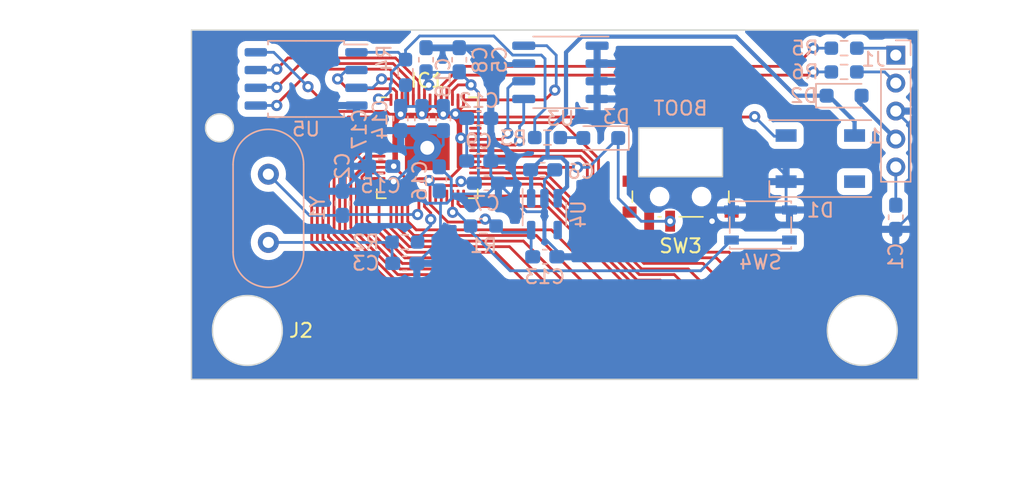
<source format=kicad_pcb>
(kicad_pcb (version 20221018) (generator pcbnew)
  (layers (0 "F.Cu" signal) (31 "B.Cu" signal) (34 "B.Paste" user) (35 "F.Paste" user) (36 "B.SilkS" user "B.Silkscreen") (37 "F.SilkS" user "F.Silkscreen") (38 "B.Mask" user) (39 "F.Mask" user) (44 "Edge.Cuts" user))
  (net 0 "")
  (net 1 "GND")
  (net 2 "Net-(J1-Pin_5)")
  (net 3 "GP00")
  (net 4 "GP01")
  (net 5 "GP02")
  (net 6 "GP03")
  (net 7 "GP04")
  (net 8 "GP05")
  (net 9 "GP06")
  (net 10 "GP07")
  (net 11 "+5V")
  (net 12 "Net-(IC1-XIN)")
  (net 13 "D+")
  (net 14 "D-")
  (net 15 "VBUS")
  (net 16 "GP08")
  (net 17 "GP09")
  (net 18 "RUN")
  (net 19 "BOOTSEL")
  (net 20 "GP10")
  (net 21 "SDA")
  (net 22 "GP11")
  (net 23 "SCL")
  (net 24 "Net-(C3-Pad2)")
  (net 25 "+1V2")
  (net 26 "GP12")
  (net 27 "GP13")
  (net 28 "GP14")
  (net 29 "GP15")
  (net 30 "GP16")
  (net 31 "GP17")
  (net 32 "GP18")
  (net 33 "GP19")
  (net 34 "GP20")
  (net 35 "GP22")
  (net 36 "GP23")
  (net 38 "LED")
  (net 39 "Net-(D3-A)")
  (net 40 "GP28")
  (net 41 "Net-(IC1-XOUT)")
  (net 44 "Net-(IC1-USB_DM)")
  (net 45 "Net-(IC1-USB_DP)")
  (net 46 "QSPI_SD3")
  (net 47 "QSPI_SCLK")
  (net 48 "QSPI_SD0")
  (net 49 "QSPI_SD2")
  (net 50 "QSPI_SD1")
  (net 51 "QSPI_SS")
  (net 56 "+3.3V")
  (footprint "Package_DFN_QFN:QFN-56-1EP_7x7mm_P0.4mm_EP3.2x3.2mm" (layer "F.Cu") (at 116.87302 134.4275)
    (fp_text reference "IC1")
    (fp_text value "RP2040_QFN56")
  )
  (footprint "Button_Switch_SMD:SW_SPDT_PCM12" (layer "F.Cu") (at 135 138.25 180)
    (fp_text reference "SW3")
    (fp_text value "SW_Push")
  )
  (footprint "EdgeConnectorLibrary:KeyMatrix" (layer "F.Cu") (at 126 147.5)
    (fp_text reference "J2")
    (fp_text value "Conn_01x24")
  )
  (footprint "Connector_PinHeader_2.00mm:PinHeader_1x05_P2.00mm_Vertical" (layer "B.Cu") (at 150.4 127.8 180)
    (fp_text reference "J1")
    (fp_text value "Conn_01x05")
  )
  (footprint "Resistor_SMD:R_0603_1608Metric_Pad0.98x0.95mm_HandSolder" (layer "B.Cu") (at 115.316 129.032 -90)
    (fp_text reference "R4")
    (fp_text value "10K")
  )
  (footprint "Capacitor_SMD:C_0603_1608Metric_Pad1.08x0.95mm_HandSolder" (layer "B.Cu") (at 115.2625 142.7 180)
    (fp_text reference "C3")
    (fp_text value "22pF")
  )
  (footprint "Diode_SMD:D_SOD-323_HandSoldering" (layer "B.Cu") (at 146.7 130.7)
    (fp_text reference "D2")
    (fp_text value "NSR0320")
  )
  (footprint "Diode_SMD:D_SOD-323_HandSoldering" (layer "B.Cu") (at 129.286 133.7275 180)
    (fp_text reference "D3")
    (fp_text value "NSR0320")
  )
  (footprint "Capacitor_SMD:C_0603_1608Metric_Pad1.08x0.95mm_HandSolder" (layer "B.Cu") (at 113.538 135.7505 180)
    (fp_text reference "C15")
    (fp_text value "0.1uF")
  )
  (footprint "Capacitor_SMD:C_0603_1608Metric_Pad1.08x0.95mm_HandSolder" (layer "B.Cu") (at 114.96802 132.334 -90)
    (fp_text reference "C17")
    (fp_text value "0.1uF")
  )
  (footprint "Capacitor_SMD:C_0603_1608Metric_Pad1.08x0.95mm_HandSolder" (layer "B.Cu") (at 117.729 136.652 90)
    (fp_text reference "C16")
    (fp_text value "0.1uF")
  )
  (footprint "Capacitor_SMD:C_0603_1608Metric_Pad1.08x0.95mm_HandSolder" (layer "B.Cu") (at 110.8 138.4 -90)
    (fp_text reference "C2")
    (fp_text value "22pF")
  )
  (footprint "Resistor_SMD:R_0603_1608Metric_Pad0.98x0.95mm_HandSolder" (layer "B.Cu") (at 146.7 129 180)
    (fp_text reference "R6")
    (fp_text value "27")
  )
  (footprint "Capacitor_SMD:C_0603_1608Metric_Pad1.08x0.95mm_HandSolder" (layer "B.Cu") (at 121.1 136.9585 180)
    (fp_text reference "C7")
    (fp_text value "0.1uF")
  )
  (footprint "Resistor_SMD:R_0603_1608Metric_Pad0.98x0.95mm_HandSolder" (layer "B.Cu") (at 146.7 127.3 180)
    (fp_text reference "R5")
    (fp_text value "27")
  )
  (footprint "Capacitor_SMD:C_0603_1608Metric_Pad1.08x0.95mm_HandSolder" (layer "B.Cu") (at 118.01602 132.334 -90)
    (fp_text reference "C18")
    (fp_text value "0.1uF")
  )
  (footprint "Button_Switch_SMD:SW_SPST_PTS810" (layer "B.Cu") (at 140.716 139.954)
    (fp_text reference "SW4")
    (fp_text value "SW_Push")
  )
  (footprint "Capacitor_SMD:C_0603_1608Metric_Pad1.08x0.95mm_HandSolder" (layer "B.Cu") (at 120.55602 132.3215)
    (fp_text reference "C12")
    (fp_text value "1uF")
  )
  (footprint "Capacitor_SMD:C_0603_1608Metric_Pad1.08x0.95mm_HandSolder" (layer "B.Cu") (at 120.55602 135.3695)
    (fp_text reference "C9")
    (fp_text value "1uF")
  )
  (footprint "LED_SMD:LED_WS2812B_PLCC4_5.0x5.0mm_P3.2mm" (layer "B.Cu") (at 145 135.2 180)
    (fp_text reference "D1")
    (fp_text value "WS2812B")
  )
  (footprint "Capacitor_SMD:C_0603_1608Metric_Pad1.08x0.95mm_HandSolder" (layer "B.Cu") (at 125.28152 142.2275)
    (fp_text reference "C13")
    (fp_text value "10uF")
  )
  (footprint "Crystal:Crystal_HC49-U_Vertical" (layer "B.Cu") (at 105.5 141.2 90)
    (fp_text reference "Y1")
    (fp_text value "Crystal")
  )
  (footprint "Capacitor_SMD:C_0603_1608Metric_Pad1.08x0.95mm_HandSolder" (layer "B.Cu") (at 119.15902 128.12798 90)
    (fp_text reference "C5")
    (fp_text value "1uF")
  )
  (footprint "Package_SO:SOP-8_3.9x4.9mm_P1.27mm" (layer "B.Cu") (at 126.4 129.02798 180)
    (fp_text reference "U3")
    (fp_text value "24LC1025")
  )
  (footprint "Resistor_SMD:R_0603_1608Metric_Pad0.98x0.95mm_HandSolder" (layer "B.Cu") (at 120.88152 140.0275 180)
    (fp_text reference "R1")
    (fp_text value "10K")
  )
  (footprint "Capacitor_SMD:C_0603_1608Metric_Pad1.08x0.95mm_HandSolder" (layer "B.Cu") (at 150.4 139.4 -90)
    (fp_text reference "C1")
    (fp_text value "0.1uF")
  )
  (footprint "Resistor_SMD:R_0603_1608Metric_Pad0.98x0.95mm_HandSolder" (layer "B.Cu") (at 115.2625 141.176)
    (fp_text reference "R2")
    (fp_text value "1K")
  )
  (footprint "Resistor_SMD:R_0603_1608Metric_Pad0.98x0.95mm_HandSolder" (layer "B.Cu") (at 125.476 133.6975 180)
    (fp_text reference "R3")
    (fp_text value "1K")
  )
  (footprint "Capacitor_SMD:C_0603_1608Metric_Pad1.08x0.95mm_HandSolder" (layer "B.Cu") (at 116.49202 132.334 -90)
    (fp_text reference "C14")
    (fp_text value "0.1uF")
  )
  (footprint "Package_SO:SOIC-8_5.23x5.23mm_P1.27mm" (layer "B.Cu") (at 108.2 129.5 180)
    (fp_text reference "U5")
    (fp_text value "W25Q32JVSS")
  )
  (footprint "Capacitor_SMD:C_0603_1608Metric_Pad1.08x0.95mm_HandSolder" (layer "B.Cu") (at 125.12802 136.0045)
    (fp_text reference "C6")
    (fp_text value "10uF")
  )
  (footprint "Package_TO_SOT_SMD:SOT-23-5" (layer "B.Cu") (at 125.25502 139.1795 -90)
    (fp_text reference "U4")
    (fp_text value "AP2112K-3.3")
  )
  (footprint "Capacitor_SMD:C_0603_1608Metric_Pad1.08x0.95mm_HandSolder" (layer "B.Cu") (at 116.78152 128.12798 -90)
    (fp_text reference "C8")
    (fp_text value "0.1uF")
  )
  (gr_rect (start 132 133) (end 138 136.5) (stroke (width 0.1)) (fill none) (layer "Edge.Cuts"))
  (gr_circle (center 102 133) (end 101 133) (stroke (width 0.1)) (fill none) (layer "Edge.Cuts"))
  (gr_rect (start 100 126) (end 152 151) (stroke (width 0.1)) (fill none) (layer "Edge.Cuts"))
  (gr_circle (center 148 147.5) (end 150.5 147.5) (stroke (width 0.1)) (fill none) (layer "Edge.Cuts"))
  (gr_circle (center 104 147.5) (end 106.5 147.5) (stroke (width 0.1)) (fill none) (layer "Edge.Cuts"))
  (gr_text "BOOT" (at 135 131.6) (layer "B.SilkS") (effects (font (size 1 1)) (justify mirror)))
  (segment (start 114.457701 136.839545) (end 114.745656 137.1275) (width 0.2) (layer "F.Cu") (net 1))
  (segment (start 115.872531 137.877011) (end 115.872531 137.326511) (width 0.2) (layer "F.Cu") (net 1))
  (segment (start 114.745656 137.1275) (end 115.68152 137.1275) (width 0.2) (layer "F.Cu") (net 1))
  (segment (start 115.68152 137.1275) (end 115.88152 137.3275) (width 0.2) (layer "F.Cu") (net 1))
  (via (at 137.25 139.68) (size 0.8) (drill 0.4) (layers "F.Cu" "B.Cu") (net 1))
  (via (at 114.457701 136.839545) (size 0.8) (drill 0.4) (layers "F.Cu" "B.Cu") (net 1))
  (segment (start 134 137) (end 132.25 137) (width 0.2) (layer "B.Cu") (net 1))
  (segment (start 111.8 134.89358) (end 112.65692 135.7505) (width 0.2) (layer "B.Cu") (net 1))
  (segment (start 114.96802 133.1965) (end 114.96802 134.20652) (width 0.2) (layer "B.Cu") (net 1))
  (segment (start 132.25 132.3) (end 134.5749 132.3) (width 0.2) (layer "B.Cu") (net 1))
  (segment (start 114.96802 134.20652) (end 115.189 134.4275) (width 0.2) (layer "B.Cu") (net 1))
  (segment (start 130.93298 130.93298) (end 132.3 132.3) (width 0.2) (layer "B.Cu") (net 1))
  (segment (start 123.775 128.39298) (end 122.15004 128.39298) (width 0.2) (layer "B.Cu") (net 1))
  (segment (start 118.01602 133.1965) (end 116.49202 133.1965) (width 0.2) (layer "B.Cu") (net 1))
  (segment (start 118.01602 134.20598) (end 118.01602 133.1965) (width 0.2) (layer "B.Cu") (net 1))
  (segment (start 115.189 134.4275) (end 116.87302 134.4275) (width 0.2) (layer "B.Cu") (net 1))
  (segment (start 119.15902 127.26548) (end 119.5595 127.26548) (width 0.2) (layer "B.Cu") (net 1))
  (segment (start 129.025 129.66298) (end 129.025 128.39298) (width 0.2) (layer "B.Cu") (net 1))
  (segment (start 129.025 130.93298) (end 129.025 129.66298) (width 0.2) (layer "B.Cu") (net 1))
  (segment (start 150.4 131.8) (end 151.37452 132.77452) (width 0.2) (layer "B.Cu") (net 1))
  (segment (start 112.65692 135.7505) (end 112.6755 135.7505) (width 0.2) (layer "B.Cu") (net 1))
  (segment (start 134.5749 132.3) (end 134.575 132.2999) (width 0.2) (layer "B.Cu") (net 1))
  (segment (start 125.25502 138.3294) (end 125.25502 138.7795) (width 0.2) (layer "B.Cu") (net 1))
  (segment (start 114.431044 136.812888) (end 113.737888 136.812888) (width 0.2) (layer "B.Cu") (net 1))
  (segment (start 123.968823 139.00402) (end 125.251 139.00402) (width 0.2) (layer "B.Cu") (net 1))
  (segment (start 116.49202 133.1965) (end 114.96802 133.1965) (width 0.2) (layer "B.Cu") (net 1))
  (segment (start 137.25 139.68) (end 137.25 141.388) (width 0.2) (layer "B.Cu") (net 1))
  (segment (start 125.25502 137.8794) (end 125.25502 138.3294) (width 0.2) (layer "B.Cu") (net 1))
  (segment (start 125.25502 140.894) (end 126.14402 141.783) (width 0.2) (layer "B.Cu") (net 1))
  (segment (start 121.41852 136.41452) (end 121.9625 136.9585) (width 0.2) (layer "B.Cu") (net 1))
  (segment (start 114.457701 136.839545) (end 114.431044 136.812888) (width 0.2) (layer "B.Cu") (net 1))
  (segment (start 145.2155 140.2625) (end 150.4 140.2625) (width 0.2) (layer "B.Cu") (net 1))
  (segment (start 114.457701 136.839545) (end 115.642596 138.02444) (width 0.2) (layer "B.Cu") (net 1))
  (segment (start 114.609095 136.839545) (end 116.87302 134.57562) (width 0.2) (layer "B.Cu") (net 1))
  (segment (start 112.6755 135.7505) (end 112.587 135.7505) (width 0.2) (layer "B.Cu") (net 1))
  (segment (start 123.7055 138.7015) (end 123.7055 138.740697) (width 0.2) (layer "B.Cu") (net 1))
  (segment (start 113.737888 136.812888) (end 112.6755 135.7505) (width 0.2) (layer "B.Cu") (net 1))
  (segment (start 136.966253 139.396253) (end 136.396253 139.396253) (width 0.2) (layer "B.Cu") (net 1))
  (segment (start 116.87302 134.4275) (end 117.7945 134.4275) (width 0.2) (layer "B.Cu") (net 1))
  (segment (start 131.75 132.8) (end 132.25 132.3) (width 0.2) (layer "B.Cu") (net 1))
  (segment (start 117.729 135.7895) (end 118.589735 136.650235) (width 0.2) (layer "B.Cu") (net 1))
  (segment (start 121.9625 136.9585) (end 123.7055 138.7015) (width 0.2) (layer "B.Cu") (net 1))
  (segment (start 117.817639 141.007361) (end 116.125 142.7) (width 0.2) (layer "B.Cu") (net 1))
  (segment (start 142.55 138.638) (end 142.791 138.879) (width 0.2) (layer "B.Cu") (net 1))
  (segment (start 121.41852 135.3695) (end 121.41852 136.41452) (width 0.2) (layer "B.Cu") (net 1))
  (segment (start 142.55 136.85) (end 142.55 138.638) (width 0.2) (layer "B.Cu") (net 1))
  (segment (start 116.77596 138.3934) (end 117.81572 138.3934) (width 0.2) (layer "B.Cu") (net 1))
  (segment (start 116.407 138.02444) (end 116.77596 138.3934) (width 0.2) (layer "B.Cu") (net 1))
  (segment (start 118.589735 138.077265) (end 118.2736 138.3934) (width 0.2) (layer "B.Cu") (net 1))
  (segment (start 129.025 130.93298) (end 130.93298 130.93298) (width 0.2) (layer "B.Cu") (net 1))
  (segment (start 114.457701 136.839545) (end 114.609095 136.839545) (width 0.2) (layer "B.Cu") (net 1))
  (segment (start 136.396253 139.396253) (end 134 137) (width 0.2) (layer "B.Cu") (net 1))
  (segment (start 121.41852 132.3215) (end 121.41852 129.1245) (width 0.2) (layer "B.Cu") (net 1))
  (segment (start 131.75 136.5) (end 131.75 132.8) (width 0.2) (layer "B.Cu") (net 1))
  (segment (start 151.37452 132.77452) (end 151.37452 139.28798) (width 0.2) (layer "B.Cu") (net 1))
  (segment (start 121.1875 137.7335) (end 118.589735 137.7335) (width 0.2) (layer "B.Cu") (net 1))
  (segment (start 125.251 139.00402) (end 125.25502 139) (width 0.2) (layer "B.Cu") (net 1))
  (segment (start 121.9625 136.9585) (end 121.1875 137.7335) (width 0.2) (layer "B.Cu") (net 1))
  (segment (start 125.99052 136.0045) (end 125.25502 136.74) (width 0.2) (layer "B.Cu") (net 1))
  (segment (start 112.587 135.7505) (end 110.8 137.5375) (width 0.2) (layer "B.Cu") (net 1))
  (segment (start 119.5595 127.26548) (end 121.41852 129.1245) (width 0.2) (layer "B.Cu") (net 1))
  (segment (start 142.55 136.85) (end 142.55 136.408551) (width 0.2) (layer "B.Cu") (net 1))
  (segment (start 134.575 132.2999) (end 138.441349 132.2999) (width 0.2) (layer "B.Cu") (net 1))
  (segment (start 118.2736 138.3934) (end 117.81572 138.3934) (width 0.2) (layer "B.Cu") (net 1))
  (segment (start 125.25502 136.74) (end 125.25502 137.8794) (width 0.2) (layer "B.Cu") (net 1))
  (segment (start 116.49202 133.1965) (end 116.49202 134.0465) (width 0.2) (layer "B.Cu") (net 1))
  (segment (start 122.15004 128.39298) (end 121.41852 129.1245) (width 0.2) (layer "B.Cu") (net 1))
  (segment (start 111.8 131.405) (end 111.8 134.89358) (width 0.2) (layer "B.Cu") (net 1))
  (segment (start 123.7055 138.740697) (end 123.968823 139.00402) (width 0.2) (layer "B.Cu") (net 1))
  (segment (start 116.87302 134.4275) (end 116.87302 134.93352) (width 0.2) (layer "B.Cu") (net 1))
  (segment (start 116.87302 134.57562) (end 116.87302 134.4275) (width 0.2) (layer "B.Cu") (net 1))
  (segment (start 136.4105 142.2275) (end 126.14402 142.2275) (width 0.2) (layer "B.Cu") (net 1))
  (segment (start 118.589735 136.650235) (end 118.589735 138.077265) (width 0.2) (layer "B.Cu") (net 1))
  (segment (start 125.25502 138.7795) (end 125.25502 140.894) (width 0.2) (layer "B.Cu") (net 1))
  (segment (start 121.41852 132.3215) (end 121.41852 135.3695) (width 0.2) (layer "B.Cu") (net 1))
  (segment (start 132.3 132.3) (end 134.5749 132.3) (width 0.2) (layer "B.Cu") (net 1))
  (segment (start 138.441349 132.2999) (end 142.55 136.408551) (width 0.2) (layer "B.Cu") (net 1))
  (segment (start 129.025 128.39298) (end 129.025 127.12298) (width 0.2) (layer "B.Cu") (net 1))
  (segment (start 116.87302 134.93352) (end 117.729 135.7895) (width 0.2) (layer "B.Cu") (net 1))
  (segment (start 116.78152 127.26548) (end 119.15902 127.26548) (width 0.2) (layer "B.Cu") (net 1))
  (segment (start 117.81572 138.3934) (end 117.817639 138.395319) (width 0.2) (layer "B.Cu") (net 1))
  (segment (start 143.832 138.879) (end 145.2155 140.2625) (width 0.2) (layer "B.Cu") (net 1))
  (segment (start 116.49202 134.0465) (end 116.87302 134.4275) (width 0.2) (layer "B.Cu") (net 1))
  (segment (start 151.37452 139.28798) (end 150.4 140.2625) (width 0.2) (layer "B.Cu") (net 1))
  (segment (start 137.25 139.68) (end 136.966253 139.396253) (width 0.2) (layer "B.Cu") (net 1))
  (segment (start 117.7945 134.4275) (end 118.01602 134.20598) (width 0.2) (layer "B.Cu") (net 1))
  (segment (start 142.791 138.879) (end 143.832 138.879) (width 0.2) (layer "B.Cu") (net 1))
  (segment (start 137.25 141.388) (end 136.4105 142.2275) (width 0.2) (layer "B.Cu") (net 1))
  (segment (start 132.25 137) (end 131.75 136.5) (width 0.2) (layer "B.Cu") (net 1))
  (segment (start 115.642596 138.02444) (end 116.407 138.02444) (width 0.2) (layer "B.Cu") (net 1))
  (segment (start 117.817639 138.395319) (end 117.817639 141.007361) (width 0.2) (layer "B.Cu") (net 1))
  (segment (start 126.14402 142.2275) (end 126.14402 141.783) (width 0.2) (layer "B.Cu") (net 1))
  (segment (start 150.4 138.5375) (end 150.4 135.8) (width 0.2) (layer "B.Cu") (net 2))
  (segment (start 109.9 147.5) (end 109.9 142.595018) (width 0.2) (layer "F.Cu") (net 3))
  (segment (start 109.9 142.595018) (end 108.60432 141.299338) (width 0.2) (layer "F.Cu") (net 3))
  (segment (start 108.60432 134.839694) (end 111.216514 132.2275) (width 0.2) (layer "F.Cu") (net 3))
  (segment (start 111.216514 132.2275) (end 113.42302 132.2275) (width 0.2) (layer "F.Cu") (net 3))
  (segment (start 108.60432 141.299338) (end 108.60432 134.839694) (width 0.2) (layer "F.Cu") (net 3))
  (segment (start 109.00384 141.133852) (end 109.00384 135.00518) (width 0.2) (layer "F.Cu") (net 4))
  (segment (start 111.3 147.5) (end 111.3 143.430012) (width 0.2) (layer "F.Cu") (net 4))
  (segment (start 111.3 143.430012) (end 109.00384 141.133852) (width 0.2) (layer "F.Cu") (net 4))
  (segment (start 109.00384 135.00518) (end 111.38152 132.6275) (width 0.2) (layer "F.Cu") (net 4))
  (segment (start 111.38152 132.6275) (end 113.42302 132.6275) (width 0.2) (layer "F.Cu") (net 4))
  (segment (start 112.7 144.265006) (end 109.40336 140.968366) (width 0.2) (layer "F.Cu") (net 5))
  (segment (start 112.7 147.5) (end 112.7 144.265006) (width 0.2) (layer "F.Cu") (net 5))
  (segment (start 109.40336 135.20566) (end 111.58152 133.0275) (width 0.2) (layer "F.Cu") (net 5))
  (segment (start 109.40336 140.968366) (end 109.40336 135.20566) (width 0.2) (layer "F.Cu") (net 5))
  (segment (start 111.58152 133.0275) (end 113.42302 133.0275) (width 0.2) (layer "F.Cu") (net 5))
  (segment (start 111.746526 133.4275) (end 113.42302 133.4275) (width 0.2) (layer "F.Cu") (net 6))
  (segment (start 109.80288 135.371146) (end 111.746526 133.4275) (width 0.2) (layer "F.Cu") (net 6))
  (segment (start 109.80288 140.80288) (end 109.80288 135.371146) (width 0.2) (layer "F.Cu") (net 6))
  (segment (start 114.1 147.5) (end 114.1 145.1) (width 0.2) (layer "F.Cu") (net 6))
  (segment (start 114.1 145.1) (end 109.80288 140.80288) (width 0.2) (layer "F.Cu") (net 6))
  (segment (start 111.911532 133.8275) (end 110.2024 135.536632) (width 0.2) (layer "F.Cu") (net 7))
  (segment (start 115.5 145.450978) (end 115.5 147.5) (width 0.2) (layer "F.Cu") (net 7))
  (segment (start 110.2024 135.536632) (end 110.2024 140.637394) (width 0.2) (layer "F.Cu") (net 7))
  (segment (start 113.42302 133.8275) (end 111.911532 133.8275) (width 0.2) (layer "F.Cu") (net 7))
  (segment (start 110.2024 140.637394) (end 114.265495 144.700489) (width 0.2) (layer "F.Cu") (net 7))
  (segment (start 114.749511 144.700489) (end 115.5 145.450978) (width 0.2) (layer "F.Cu") (net 7))
  (segment (start 114.265495 144.700489) (end 114.749511 144.700489) (width 0.2) (layer "F.Cu") (net 7))
  (segment (start 115.749991 144.300969) (end 116.9 145.450978) (width 0.2) (layer "F.Cu") (net 8))
  (segment (start 116.9 145.450978) (end 116.9 147.5) (width 0.2) (layer "F.Cu") (net 8))
  (segment (start 110.60192 135.702118) (end 110.60192 140.471908) (width 0.2) (layer "F.Cu") (net 8))
  (segment (start 114.430981 144.300969) (end 115.749991 144.300969) (width 0.2) (layer "F.Cu") (net 8))
  (segment (start 113.42302 134.2275) (end 112.076538 134.2275) (width 0.2) (layer "F.Cu") (net 8))
  (segment (start 112.076538 134.2275) (end 110.60192 135.702118) (width 0.2) (layer "F.Cu") (net 8))
  (segment (start 110.60192 140.471908) (end 114.430981 144.300969) (width 0.2) (layer "F.Cu") (net 8))
  (segment (start 118.3 145.450978) (end 118.3 147.5) (width 0.2) (layer "F.Cu") (net 9))
  (segment (start 111.00144 135.867604) (end 111.00144 140.306422) (width 0.2) (layer "F.Cu") (net 9))
  (segment (start 114.596467 143.901449) (end 116.750471 143.901449) (width 0.2) (layer "F.Cu") (net 9))
  (segment (start 112.241544 134.6275) (end 111.00144 135.867604) (width 0.2) (layer "F.Cu") (net 9))
  (segment (start 113.42302 134.6275) (end 112.241544 134.6275) (width 0.2) (layer "F.Cu") (net 9))
  (segment (start 111.00144 140.306422) (end 114.596467 143.901449) (width 0.2) (layer "F.Cu") (net 9))
  (segment (start 116.750471 143.901449) (end 118.3 145.450978) (width 0.2) (layer "F.Cu") (net 9))
  (segment (start 112.48152 135.0275) (end 111.40096 136.10806) (width 0.2) (layer "F.Cu") (net 10))
  (segment (start 111.40096 140.140936) (end 114.761953 143.501929) (width 0.2) (layer "F.Cu") (net 10))
  (segment (start 119.7 145.450978) (end 119.7 147.5) (width 0.2) (layer "F.Cu") (net 10))
  (segment (start 114.761953 143.501929) (end 117.750951 143.501929) (width 0.2) (layer "F.Cu") (net 10))
  (segment (start 113.42302 135.0275) (end 112.48152 135.0275) (width 0.2) (layer "F.Cu") (net 10))
  (segment (start 111.40096 136.10806) (end 111.40096 140.140936) (width 0.2) (layer "F.Cu") (net 10))
  (segment (start 117.750951 143.501929) (end 119.7 145.450978) (width 0.2) (layer "F.Cu") (net 10))
  (segment (start 143.2 130.7) (end 145.63 130.7) (width 0.3) (layer "B.Cu") (net 11))
  (segment (start 126.8 131.96765) (end 126.8 127.6) (width 0.3) (layer "B.Cu") (net 11))
  (segment (start 126.87754 137.20688) (end 126.87754 135.523849) (width 0.3) (layer "B.Cu") (net 11))
  (segment (start 125.476 135.1275) (end 125.476 133.29165) (width 0.3) (layer "B.Cu") (net 11))
  (segment (start 124.30502 137.8794) (end 124.30502 137.0168) (width 0.3) (layer "B.Cu") (net 11))
  (segment (start 147.45 132.55) (end 147.45 133.6) (width 0.3) (layer "B.Cu") (net 11))
  (segment (start 126.87754 135.523849) (end 126.481191 135.1275) (width 0.3) (layer "B.Cu") (net 11))
  (segment (start 138.97346 126.47346) (end 143.2 130.7) (width 0.3) (layer "B.Cu") (net 11))
  (segment (start 125.18152 135.128) (end 124.30502 136.0045) (width 0.3) (layer "B.Cu") (net 11))
  (segment (start 145.63 130.73) (end 147.45 132.55) (width 0.3) (layer "B.Cu") (net 11))
  (segment (start 145.63 130.7) (end 145.63 130.73) (width 0.3) (layer "B.Cu") (net 11))
  (segment (start 127.92654 126.47346) (end 138.97346 126.47346) (width 0.3) (layer "B.Cu") (net 11))
  (segment (start 126.8 127.6) (end 127.92654 126.47346) (width 0.3) (layer "B.Cu") (net 11))
  (segment (start 124.30502 137.0168) (end 124.30502 136.0045) (width 0.3) (layer "B.Cu") (net 11))
  (segment (start 126.20502 137.8794) (end 126.87754 137.20688) (width 0.3) (layer "B.Cu") (net 11))
  (segment (start 126.481191 135.1275) (end 125.18152 135.1275) (width 0.3) (layer "B.Cu") (net 11))
  (segment (start 125.476 133.29165) (end 126.8 131.96765) (width 0.3) (layer "B.Cu") (net 11))
  (segment (start 116.178919 139.203089) (end 116.27302 139.108988) (width 0.2) (layer "F.Cu") (net 12))
  (segment (start 116.27302 139.108988) (end 116.27302 137.8775) (width 0.2) (layer "F.Cu") (net 12))
  (via (at 116.178919 139.203089) (size 0.8) (drill 0.4) (layers "F.Cu" "B.Cu") (net 12))
  (segment (start 108.4425 139.2625) (end 105.5 136.32) (width 0.2) (layer "B.Cu") (net 12))
  (segment (start 110.8 139.2625) (end 108.4425 139.2625) (width 0.2) (layer "B.Cu") (net 12))
  (segment (start 110.859411 139.203089) (end 110.8 139.2625) (width 0.2) (layer "B.Cu") (net 12))
  (segment (start 116.178919 139.203089) (end 110.859411 139.203089) (width 0.2) (layer "B.Cu") (net 12))
  (segment (start 147.6125 127.3) (end 149.9 127.3) (width 0.2) (layer "B.Cu") (net 13))
  (segment (start 149.9 127.3) (end 150.4 127.8) (width 0.2) (layer "B.Cu") (net 13))
  (segment (start 150.4 129.8) (end 149.6 129) (width 0.2) (layer "B.Cu") (net 14))
  (segment (start 149.6 129) (end 147.6125 129) (width 0.2) (layer "B.Cu") (net 14))
  (segment (start 147.77 131.17) (end 150.4 133.8) (width 0.3) (layer "B.Cu") (net 15))
  (segment (start 147.77 130.7) (end 147.77 131.17) (width 0.3) (layer "B.Cu") (net 15))
  (segment (start 112.246526 135.8275) (end 113.42302 135.8275) (width 0.2) (layer "F.Cu") (net 16))
  (segment (start 114.927438 143.102408) (end 111.80048 139.97545) (width 0.2) (layer "F.Cu") (net 16))
  (segment (start 118.751431 143.102409) (end 114.927438 143.102408) (width 0.2) (layer "F.Cu") (net 16))
  (segment (start 111.80048 139.97545) (end 111.80048 136.273546) (width 0.2) (layer "F.Cu") (net 16))
  (segment (start 121.1 147.5) (end 121.1 145.450978) (width 0.2) (layer "F.Cu") (net 16))
  (segment (start 121.1 145.450978) (end 118.751431 143.102409) (width 0.2) (layer "F.Cu") (net 16))
  (segment (start 111.80048 136.273546) (end 112.246526 135.8275) (width 0.2) (layer "F.Cu") (net 16))
  (segment (start 119.751911 142.702889) (end 122.5 145.450978) (width 0.2) (layer "F.Cu") (net 17))
  (segment (start 122.5 145.450978) (end 122.5 147.5) (width 0.2) (layer "F.Cu") (net 17))
  (segment (start 112.2 136.50902) (end 112.2 139.809964) (width 0.2) (layer "F.Cu") (net 17))
  (segment (start 112.2 139.809964) (end 115.092925 142.702889) (width 0.2) (layer "F.Cu") (net 17))
  (segment (start 113.42302 136.2275) (end 112.48152 136.2275) (width 0.2) (layer "F.Cu") (net 17))
  (segment (start 115.092925 142.702889) (end 119.751911 142.702889) (width 0.2) (layer "F.Cu") (net 17))
  (segment (start 112.48152 136.2275) (end 112.2 136.50902) (width 0.2) (layer "F.Cu") (net 17))
  (segment (start 118.67302 139.02974) (end 118.67302 137.8775) (width 0.2) (layer "F.Cu") (net 18))
  (segment (start 118.68563 139.04235) (end 118.67302 139.02974) (width 0.2) (layer "F.Cu") (net 18))
  (via (at 118.68563 139.04235) (size 0.8) (drill 0.4) (layers "F.Cu" "B.Cu") (net 18))
  (segment (start 122.80352 143.2275) (end 136.4425 143.2275) (width 0.2) (layer "B.Cu") (net 18))
  (segment (start 136.4425 143.2275) (end 138.641 141.029) (width 0.2) (layer "B.Cu") (net 18))
  (segment (start 118.98387 139.04235) (end 119.96902 140.0275) (width 0.2) (layer "B.Cu") (net 18))
  (segment (start 119.96902 140.0275) (end 119.96902 140.393) (width 0.2) (layer "B.Cu") (net 18))
  (segment (start 138.641 141.029) (end 142.791 141.029) (width 0.2) (layer "B.Cu") (net 18))
  (segment (start 119.96902 140.393) (end 122.80352 143.2275) (width 0.2) (layer "B.Cu") (net 18))
  (segment (start 118.68563 139.04235) (end 118.98387 139.04235) (width 0.2) (layer "B.Cu") (net 18))
  (segment (start 127.62704 135.8275) (end 120.32302 135.8275) (width 0.2) (layer "F.Cu") (net 19))
  (via (at 134.25 139.68) (size 0.8) (drill 0.4) (layers "F.Cu" "B.Cu") (net 19))
  (via (at 127.62704 135.8275) (size 0.8) (drill 0.4) (layers "F.Cu" "B.Cu") (net 19))
  (segment (start 134.25 139.68) (end 134.243797 139.686203) (width 0.2) (layer "B.Cu") (net 19))
  (segment (start 128.436 135.8275) (end 130.536 133.7275) (width 0.2) (layer "B.Cu") (net 19))
  (segment (start 127.62704 135.8275) (end 128.436 135.8275) (width 0.2) (layer "B.Cu") (net 19))
  (segment (start 132.186203 139.686203) (end 130.536 138.036) (width 0.2) (layer "B.Cu") (net 19))
  (segment (start 134.243797 139.686203) (end 132.186203 139.686203) (width 0.2) (layer "B.Cu") (net 19))
  (segment (start 130.536 138.036) (end 130.536 133.7275) (width 0.2) (layer "B.Cu") (net 19))
  (segment (start 112.6 136.674026) (end 112.6 139.644958) (width 0.2) (layer "F.Cu") (net 20))
  (segment (start 112.6 139.644958) (end 115.258411 142.303369) (width 0.2) (layer "F.Cu") (net 20))
  (segment (start 112.646526 136.6275) (end 112.6 136.674026) (width 0.2) (layer "F.Cu") (net 20))
  (segment (start 113.42302 136.6275) (end 112.646526 136.6275) (width 0.2) (layer "F.Cu") (net 20))
  (segment (start 120.752391 142.303369) (end 123.9 145.450978) (width 0.2) (layer "F.Cu") (net 20))
  (segment (start 115.258411 142.303369) (end 120.752391 142.303369) (width 0.2) (layer "F.Cu") (net 20))
  (segment (start 123.9 145.450978) (end 123.9 147.5) (width 0.2) (layer "F.Cu") (net 20))
  (segment (start 123.4765 133.928) (end 123.177 134.2275) (width 0.2) (layer "F.Cu") (net 21))
  (segment (start 123.177 134.2275) (end 120.32302 134.2275) (width 0.2) (layer "F.Cu") (net 21))
  (via (at 123.4765 133.928) (size 0.8) (drill 0.4) (layers "F.Cu" "B.Cu") (net 21))
  (segment (start 123.4765 133.928) (end 123.4765 132.90042) (width 0.2) (layer "B.Cu") (net 21))
  (segment (start 123.4765 132.90042) (end 123.775 132.60192) (width 0.2) (layer "B.Cu") (net 21))
  (segment (start 123.775 132.60192) (end 123.775 130.93298) (width 0.2) (layer "B.Cu") (net 21))
  (segment (start 125.3 145.450978) (end 125.3 147.5) (width 0.2) (layer "F.Cu") (net 22))
  (segment (start 113.42302 139.902972) (end 115.423897 141.903849) (width 0.2) (layer "F.Cu") (net 22))
  (segment (start 121.752871 141.903849) (end 125.3 145.450978) (width 0.2) (layer "F.Cu") (net 22))
  (segment (start 115.423897 141.903849) (end 121.752871 141.903849) (width 0.2) (layer "F.Cu") (net 22))
  (segment (start 113.42302 137.0275) (end 113.42302 139.902972) (width 0.2) (layer "F.Cu") (net 22))
  (segment (start 122.196172 133.8275) (end 120.32302 133.8275) (width 0.2) (layer "F.Cu") (net 23))
  (segment (start 122.634986 133.388686) (end 122.196172 133.8275) (width 0.2) (layer "F.Cu") (net 23))
  (via (at 122.634986 133.388686) (size 0.8) (drill 0.4) (layers "F.Cu" "B.Cu") (net 23))
  (segment (start 123.13702 129.66298) (end 123.775 129.66298) (width 0.2) (layer "B.Cu") (net 23))
  (segment (start 122.634986 133.388686) (end 122.634986 130.165014) (width 0.2) (layer "B.Cu") (net 23))
  (segment (start 122.634986 130.165014) (end 123.13702 129.66298) (width 0.2) (layer "B.Cu") (net 23))
  (segment (start 114.35 142.65) (end 114.4 142.7) (width 0.2) (layer "B.Cu") (net 24))
  (segment (start 114.326 141.2) (end 114.35 141.176) (width 0.2) (layer "B.Cu") (net 24))
  (segment (start 114.35 141.176) (end 114.35 142.65) (width 0.2) (layer "B.Cu") (net 24))
  (segment (start 105.5 141.2) (end 114.326 141.2) (width 0.2) (layer "B.Cu") (net 24))
  (segment (start 116.97252 129.940499) (end 116.67302 130.239999) (width 0.2) (layer "F.Cu") (net 25))
  (segment (start 120 129.927489) (end 119.081531 129.927489) (width 0.2) (layer "F.Cu") (net 25))
  (segment (start 116.67302 130.239999) (end 116.67302 130.9775) (width 0.2) (layer "F.Cu") (net 25))
  (segment (start 119.081531 129.927489) (end 118.67302 130.336) (width 0.2) (layer "F.Cu") (net 25))
  (segment (start 118.67302 130.336) (end 118.67302 130.9775) (width 0.2) (layer "F.Cu") (net 25))
  (segment (start 119.289735 136.833276) (end 118.995031 137.12798) (width 0.2) (layer "F.Cu") (net 25))
  (segment (start 117.63104 137.12798) (end 117.47302 137.286) (width 0.2) (layer "F.Cu") (net 25))
  (segment (start 117.47302 137.286) (end 117.47302 137.8775) (width 0.2) (layer "F.Cu") (net 25))
  (segment (start 118.995031 137.12798) (end 117.63104 137.12798) (width 0.2) (layer "F.Cu") (net 25))
  (via (at 119.289735 136.833276) (size 0.8) (drill 0.4) (layers "F.Cu" "B.Cu") (net 25))
  (via (at 116.97252 129.940499) (size 0.8) (drill 0.4) (layers "F.Cu" "B.Cu") (net 25))
  (via (at 120 129.927489) (size 0.8) (drill 0.4) (layers "F.Cu" "B.Cu") (net 25))
  (segment (start 119.15902 128.99048) (end 120 129.83146) (width 0.2) (layer "B.Cu") (net 25))
  (segment (start 116.8 129.767979) (end 116.97252 129.940499) (width 0.2) (layer "B.Cu") (net 25))
  (segment (start 119.72704 136.9585) (end 120.2375 136.9585) (width 0.2) (layer "B.Cu") (net 25))
  (segment (start 119.601816 136.833276) (end 119.72704 136.9585) (width 0.2) (layer "B.Cu") (net 25))
  (segment (start 119.12152 129.02798) (end 119.15902 128.99048) (width 0.2) (layer "B.Cu") (net 25))
  (segment (start 119.289735 136.833276) (end 119.601816 136.833276) (width 0.2) (layer "B.Cu") (net 25))
  (segment (start 120.53054 130.458029) (end 120 129.927489) (width 0.2) (layer "B.Cu") (net 25))
  (segment (start 120.2375 136.9585) (end 120.53054 136.66546) (width 0.2) (layer "B.Cu") (net 25))
  (segment (start 120.53054 136.66546) (end 120.53054 130.458029) (width 0.2) (layer "B.Cu") (net 25))
  (segment (start 116.8 129.02798) (end 116.8 129.767979) (width 0.2) (layer "B.Cu") (net 25))
  (segment (start 120 129.83146) (end 120 129.927489) (width 0.2) (layer "B.Cu") (net 25))
  (segment (start 116.8 129.02798) (end 119.12152 129.02798) (width 0.2) (layer "B.Cu") (net 25))
  (segment (start 115.589383 141.504329) (end 122.753351 141.504329) (width 0.2) (layer "F.Cu") (net 26))
  (segment (start 114.27302 137.8775) (end 114.27302 140.187966) (width 0.2) (layer "F.Cu") (net 26))
  (segment (start 126.7 145.450978) (end 126.7 147.5) (width 0.2) (layer "F.Cu") (net 26))
  (segment (start 114.27302 140.187966) (end 115.589383 141.504329) (width 0.2) (layer "F.Cu") (net 26))
  (segment (start 122.753351 141.504329) (end 126.7 145.450978) (width 0.2) (layer "F.Cu") (net 26))
  (segment (start 115.754869 141.104809) (end 123.753831 141.104809) (width 0.2) (layer "F.Cu") (net 27))
  (segment (start 114.67302 137.8775) (end 114.67302 140.02296) (width 0.2) (layer "F.Cu") (net 27))
  (segment (start 123.753831 141.104809) (end 128.1 145.450978) (width 0.2) (layer "F.Cu") (net 27))
  (segment (start 128.1 145.450978) (end 128.1 147.5) (width 0.2) (layer "F.Cu") (net 27))
  (segment (start 114.67302 140.02296) (end 115.754869 141.104809) (width 0.2) (layer "F.Cu") (net 27))
  (segment (start 115.07302 137.8775) (end 115.07302 139.857954) (width 0.2) (layer "F.Cu") (net 28))
  (segment (start 115.07302 139.857954) (end 115.920355 140.705289) (width 0.2) (layer "F.Cu") (net 28))
  (segment (start 115.920355 140.705289) (end 124.679311 140.705289) (width 0.2) (layer "F.Cu") (net 28))
  (segment (start 124.679311 140.705289) (end 129.5 145.525978) (width 0.2) (layer "F.Cu") (net 28))
  (segment (start 129.5 145.525978) (end 129.5 147.5) (width 0.2) (layer "F.Cu") (net 28))
  (segment (start 125.749022 140.3) (end 130.9 145.450978) (width 0.2) (layer "F.Cu") (net 29))
  (segment (start 130.9 145.450978) (end 130.9 147.5) (width 0.2) (layer "F.Cu") (net 29))
  (segment (start 115.47302 139.692948) (end 116.080072 140.3) (width 0.2) (layer "F.Cu") (net 29))
  (segment (start 115.47302 137.8775) (end 115.47302 139.692948) (width 0.2) (layer "F.Cu") (net 29))
  (segment (start 116.080072 140.3) (end 125.749022 140.3) (width 0.2) (layer "F.Cu") (net 29))
  (segment (start 125.476522 138.6275) (end 132.3 145.450978) (width 0.2) (layer "F.Cu") (net 30))
  (segment (start 119.07302 138.442349) (end 119.074872 138.442349) (width 0.2) (layer "F.Cu") (net 30))
  (segment (start 119.260023 138.6275) (end 125.476522 138.6275) (width 0.2) (layer "F.Cu") (net 30))
  (segment (start 119.074872 138.442349) (end 119.260023 138.6275) (width 0.2) (layer "F.Cu") (net 30))
  (segment (start 132.3 145.450978) (end 132.3 147.5) (width 0.2) (layer "F.Cu") (net 30))
  (segment (start 119.07302 137.8775) (end 119.07302 138.442349) (width 0.2) (layer "F.Cu") (net 30))
  (segment (start 131.712587 144.298559) (end 125.291528 137.8775) (width 0.2) (layer "F.Cu") (net 31))
  (segment (start 125.291528 137.8775) (end 119.47302 137.8775) (width 0.2) (layer "F.Cu") (net 31))
  (segment (start 133.7 145.450978) (end 132.547581 144.298559) (width 0.2) (layer "F.Cu") (net 31))
  (segment (start 133.7 147.5) (end 133.7 145.450978) (width 0.2) (layer "F.Cu") (net 31))
  (segment (start 132.547581 144.298559) (end 131.712587 144.298559) (width 0.2) (layer "F.Cu") (net 31))
  (segment (start 131.878073 143.899039) (end 125.006534 137.0275) (width 0.2) (layer "F.Cu") (net 32))
  (segment (start 135.1 145.450978) (end 133.548062 143.89904) (width 0.2) (layer "F.Cu") (net 32))
  (segment (start 125.006534 137.0275) (end 120.32302 137.0275) (width 0.2) (layer "F.Cu") (net 32))
  (segment (start 133.548062 143.89904) (end 131.878073 143.899039) (width 0.2) (layer "F.Cu") (net 32))
  (segment (start 135.1 147.5) (end 135.1 145.450978) (width 0.2) (layer "F.Cu") (net 32))
  (segment (start 132.04356 143.49952) (end 125.17154 136.6275) (width 0.2) (layer "F.Cu") (net 33))
  (segment (start 125.17154 136.6275) (end 120.32302 136.6275) (width 0.2) (layer "F.Cu") (net 33))
  (segment (start 136.5 147.5) (end 136.5 145.450978) (width 0.2) (layer "F.Cu") (net 33))
  (segment (start 136.5 145.450978) (end 134.548542 143.49952) (width 0.2) (layer "F.Cu") (net 33))
  (segment (start 134.548542 143.49952) (end 132.04356 143.49952) (width 0.2) (layer "F.Cu") (net 33))
  (segment (start 135.549022 143.1) (end 137.9 145.450978) (width 0.2) (layer "F.Cu") (net 34))
  (segment (start 132.209046 143.1) (end 135.549022 143.1) (width 0.2) (layer "F.Cu") (net 34))
  (segment (start 125.336546 136.2275) (end 132.209046 143.1) (width 0.2) (layer "F.Cu") (net 34))
  (segment (start 137.9 145.450978) (end 137.9 147.5) (width 0.2) (layer "F.Cu") (net 34))
  (segment (start 120.32302 136.2275) (end 125.336546 136.2275) (width 0.2) (layer "F.Cu") (net 34))
  (segment (start 128.32704 138.652308) (end 132.374732 142.7) (width 0.2) (layer "F.Cu") (net 35))
  (segment (start 132.374732 142.7) (end 136.604 142.7) (width 0.2) (layer "F.Cu") (net 35))
  (segment (start 139.3 145.396) (end 139.3 147.5) (width 0.2) (layer "F.Cu") (net 35))
  (segment (start 128.32704 135.53755) (end 128.32704 138.652308) (width 0.2) (layer "F.Cu") (net 35))
  (segment (start 120.32302 135.0275) (end 127.81699 135.0275) (width 0.2) (layer "F.Cu") (net 35))
  (segment (start 127.81699 135.0275) (end 128.32704 135.53755) (width 0.2) (layer "F.Cu") (net 35))
  (segment (start 136.604 142.7) (end 139.3 145.396) (width 0.2) (layer "F.Cu") (net 35))
  (segment (start 137.55 142.3) (end 132.540418 142.3) (width 0.2) (layer "F.Cu") (net 36))
  (segment (start 128.72704 135.371864) (end 127.982676 134.6275) (width 0.2) (layer "F.Cu") (net 36))
  (segment (start 128.72704 138.486622) (end 128.72704 135.371864) (width 0.2) (layer "F.Cu") (net 36))
  (segment (start 127.982676 134.6275) (end 120.32302 134.6275) (width 0.2) (layer "F.Cu") (net 36))
  (segment (start 140.7 147.5) (end 140.7 145.45) (width 0.2) (layer "F.Cu") (net 36))
  (segment (start 140.7 145.45) (end 137.55 142.3) (width 0.2) (layer "F.Cu") (net 36))
  (segment (start 132.540418 142.3) (end 128.72704 138.486622) (width 0.2) (layer "F.Cu") (net 36))
  (segment (start 140.2725 132.2275) (end 120.32302 132.2275) (width 0.2) (layer "F.Cu") (net 38))
  (segment (start 140.3 132.2) (end 140.2725 132.2275) (width 0.2) (layer "F.Cu") (net 38))
  (via (at 140.3 132.2) (size 0.8) (drill 0.4) (layers "F.Cu" "B.Cu") (net 38))
  (segment (start 141.7 133.6) (end 142.55 133.6) (width 0.2) (layer "B.Cu") (net 38))
  (segment (start 140.3 132.2) (end 141.7 133.6) (width 0.2) (layer "B.Cu") (net 38))
  (segment (start 128.006 133.6975) (end 126.3885 133.6975) (width 0.2) (layer "B.Cu") (net 39))
  (segment (start 128.036 133.7275) (end 128.006 133.6975) (width 0.2) (layer "B.Cu") (net 39))
  (segment (start 132.706104 141.9) (end 138.471 141.9) (width 0.2) (layer "F.Cu") (net 40))
  (segment (start 129.12704 138.320936) (end 132.706104 141.9) (width 0.2) (layer "F.Cu") (net 40))
  (segment (start 142.1 145.529) (end 142.1 147.5) (width 0.2) (layer "F.Cu") (net 40))
  (segment (start 138.471 141.9) (end 142.1 145.529) (width 0.2) (layer "F.Cu") (net 40))
  (segment (start 129.12704 135.206179) (end 129.12704 138.320936) (width 0.2) (layer "F.Cu") (net 40))
  (segment (start 120.32302 132.6275) (end 126.548361 132.6275) (width 0.2) (layer "F.Cu") (net 40))
  (segment (start 126.548361 132.6275) (end 129.12704 135.206179) (width 0.2) (layer "F.Cu") (net 40))
  (segment (start 117.118128 139.084995) (end 116.67302 138.639887) (width 0.2) (layer "F.Cu") (net 41))
  (segment (start 116.67302 138.639887) (end 116.67302 137.8775) (width 0.2) (layer "F.Cu") (net 41))
  (segment (start 117.118128 139.544984) (end 117.118128 139.084995) (width 0.2) (layer "F.Cu") (net 41))
  (via (at 117.118128 139.544984) (size 0.8) (drill 0.4) (layers "F.Cu" "B.Cu") (net 41))
  (segment (start 117.118128 139.544984) (end 117.118128 139.990892) (width 0.2) (layer "B.Cu") (net 41))
  (segment (start 116.175 140.93402) (end 116.175 141.176) (width 0.2) (layer "B.Cu") (net 41))
  (segment (start 117.118128 139.990892) (end 116.175 140.93402) (width 0.2) (layer "B.Cu") (net 41))
  (segment (start 118.27302 130.170994) (end 118.27302 130.9775) (width 0.2) (layer "F.Cu") (net 44))
  (segment (start 119.216025 129.227989) (end 118.27302 130.170994) (width 0.2) (layer "F.Cu") (net 44))
  (segment (start 144.5 129) (end 144.272011 129.227989) (width 0.2) (layer "F.Cu") (net 44))
  (segment (start 144.272011 129.227989) (end 119.216025 129.227989) (width 0.2) (layer "F.Cu") (net 44))
  (via (at 144.5 129) (size 0.8) (drill 0.4) (layers "F.Cu" "B.Cu") (net 44))
  (segment (start 145.7875 129) (end 144.5 129) (width 0.2) (layer "B.Cu") (net 44))
  (segment (start 117.87302 130.005988) (end 117.87302 130.9775) (width 0.2) (layer "F.Cu") (net 45))
  (segment (start 119.279008 128.6) (end 117.87302 130.005988) (width 0.2) (layer "F.Cu") (net 45))
  (segment (start 143.2 128.6) (end 119.279008 128.6) (width 0.2) (layer "F.Cu") (net 45))
  (segment (start 144.5 127.3) (end 143.2 128.6) (width 0.2) (layer "F.Cu") (net 45))
  (via (at 144.5 127.3) (size 0.8) (drill 0.4) (layers "F.Cu" "B.Cu") (net 45))
  (segment (start 145.7875 127.3) (end 144.5 127.3) (width 0.2) (layer "B.Cu") (net 45))
  (segment (start 106.898051 128.001949) (end 114.597635 128.001949) (width 0.2) (layer "F.Cu") (net 46))
  (segment (start 106.1 128.8) (end 106.898051 128.001949) (width 0.2) (layer "F.Cu") (net 46))
  (segment (start 116.27302 129.677334) (end 116.27302 130.9775) (width 0.2) (layer "F.Cu") (net 46))
  (segment (start 114.597635 128.001949) (end 116.27302 129.677334) (width 0.2) (layer "F.Cu") (net 46))
  (via (at 106.1 128.8) (size 0.8) (drill 0.4) (layers "F.Cu" "B.Cu") (net 46))
  (segment (start 106.1 128.8) (end 106.035 128.865) (width 0.2) (layer "B.Cu") (net 46))
  (segment (start 106.035 128.865) (end 104.6 128.865) (width 0.2) (layer "B.Cu") (net 46))
  (segment (start 115.87302 129.84302) (end 114.431469 128.401469) (width 0.2) (layer "F.Cu") (net 47))
  (segment (start 114.431469 128.401469) (end 107.798531 128.401469) (width 0.2) (layer "F.Cu") (net 47))
  (segment (start 107.798531 128.401469) (end 106.1 130.1) (width 0.2) (layer "F.Cu") (net 47))
  (segment (start 115.87302 130.99) (end 115.87302 129.84302) (width 0.2) (layer "F.Cu") (net 47))
  (via (at 106.1 130.1) (size 0.8) (drill 0.4) (layers "F.Cu" "B.Cu") (net 47))
  (segment (start 106.1 130.1) (end 104.635 130.1) (width 0.2) (layer "B.Cu") (net 47))
  (segment (start 104.635 130.1) (end 104.6 130.135) (width 0.2) (layer "B.Cu") (net 47))
  (segment (start 114.184361 128.800989) (end 115.47302 130.089648) (width 0.2) (layer "F.Cu") (net 48))
  (segment (start 106.1 131.3) (end 108.599011 128.800989) (width 0.2) (layer "F.Cu") (net 48))
  (segment (start 106.1 131.4) (end 106.1 131.3) (width 0.2) (layer "F.Cu") (net 48))
  (segment (start 108.599011 128.800989) (end 114.184361 128.800989) (width 0.2) (layer "F.Cu") (net 48))
  (segment (start 115.47302 130.089648) (end 115.47302 130.9775) (width 0.2) (layer "F.Cu") (net 48))
  (via (at 106.1 131.4) (size 0.8) (drill 0.4) (layers "F.Cu" "B.Cu") (net 48))
  (segment (start 106.1 131.4) (end 104.605 131.4) (width 0.2) (layer "B.Cu") (net 48))
  (segment (start 104.605 131.4) (end 104.6 131.405) (width 0.2) (layer "B.Cu") (net 48))
  (segment (start 113.6 129.5005) (end 114.318186 129.5005) (width 0.2) (layer "F.Cu") (net 49))
  (segment (start 114.318186 129.5005) (end 115.07302 130.255334) (width 0.2) (layer "F.Cu") (net 49))
  (segment (start 115.07302 130.255334) (end 115.07302 130.9775) (width 0.2) (layer "F.Cu") (net 49))
  (via (at 113.6 129.5005) (size 0.8) (drill 0.4) (layers "F.Cu" "B.Cu") (net 49))
  (segment (start 112.9655 130.135) (end 111.8 130.135) (width 0.2) (layer "B.Cu") (net 49))
  (segment (start 113.6 129.5005) (end 112.9655 130.135) (width 0.2) (layer "B.Cu") (net 49))
  (segment (start 114.452 130.2) (end 114.67302 130.42102) (width 0.2) (layer "F.Cu") (net 50))
  (segment (start 114.67302 130.42102) (end 114.67302 130.9775) (width 0.2) (layer "F.Cu") (net 50))
  (segment (start 110.456599 129.500489) (end 111.15611 130.2) (width 0.2) (layer "F.Cu") (net 50))
  (segment (start 111.15611 130.2) (end 114.452 130.2) (width 0.2) (layer "F.Cu") (net 50))
  (via (at 110.456599 129.500489) (size 0.8) (drill 0.4) (layers "F.Cu" "B.Cu") (net 50))
  (segment (start 110.456599 129.500489) (end 111.092088 128.865) (width 0.2) (layer "B.Cu") (net 50))
  (segment (start 111.092088 128.865) (end 111.8 128.865) (width 0.2) (layer "B.Cu") (net 50))
  (segment (start 113.41962 130.9775) (end 114.27302 130.9775) (width 0.2) (layer "F.Cu") (net 51))
  (segment (start 113.38152 130.9394) (end 113.41962 130.9775) (width 0.2) (layer "F.Cu") (net 51))
  (via (at 113.38152 130.9394) (size 0.8) (drill 0.4) (layers "F.Cu" "B.Cu") (net 51))
  (segment (start 122.65048 127.45048) (end 122.65048 127.459177) (width 0.2) (layer "B.Cu") (net 51))
  (segment (start 122.65048 127.459177) (end 122.984763 127.79346) (width 0.2) (layer "B.Cu") (net 51))
  (segment (start 115.2125 128.1195) (end 115.316 128.1195) (width 0.2) (layer "B.Cu") (net 51))
  (segment (start 124.5635 132.378426) (end 124.5635 133.6975) (width 0.2) (layer "B.Cu") (net 51))
  (segment (start 115.316 128.1195) (end 115.316 127.43404) (width 0.2) (layer "B.Cu") (net 51))
  (segment (start 114.225 129.86545) (end 114.3 129.79045) (width 0.2) (layer "B.Cu") (net 51))
  (segment (start 114.3 129.79045) (end 114.3 129.032) (width 0.2) (layer "B.Cu") (net 51))
  (segment (start 125.036197 127.79346) (end 125.3 128.057263) (width 0.2) (layer "B.Cu") (net 51))
  (segment (start 121.62846 126.42846) (end 122.65048 127.45048) (width 0.2) (layer "B.Cu") (net 51))
  (segment (start 113.6626 130.9394) (end 114.225 130.377) (width 0.2) (layer "B.Cu") (net 51))
  (segment (start 114.225 130.377) (end 114.225 129.86545) (width 0.2) (layer "B.Cu") (net 51))
  (segment (start 115.316 128.1195) (end 114.7915 127.595) (width 0.2) (layer "B.Cu") (net 51))
  (segment (start 114.3 129.032) (end 115.2125 128.1195) (width 0.2) (layer "B.Cu") (net 51))
  (segment (start 114.7915 127.595) (end 111.8 127.595) (width 0.2) (layer "B.Cu") (net 51))
  (segment (start 113.38152 130.9394) (end 113.6626 130.9394) (width 0.2) (layer "B.Cu") (net 51))
  (segment (start 116.32158 126.42846) (end 121.62846 126.42846) (width 0.2) (layer "B.Cu") (net 51))
  (segment (start 125.3 128.057263) (end 125.3 131.641926) (width 0.2) (layer "B.Cu") (net 51))
  (segment (start 125.3 131.641926) (end 124.5635 132.378426) (width 0.2) (layer "B.Cu") (net 51))
  (segment (start 115.316 127.43404) (end 116.32158 126.42846) (width 0.2) (layer "B.Cu") (net 51))
  (segment (start 122.984763 127.79346) (end 125.036197 127.79346) (width 0.2) (layer "B.Cu") (net 51))
  (segment (start 119.275177 133.731123) (end 119.275177 135.175177) (width 0.2) (layer "F.Cu") (net 56))
  (segment (start 114.471812 135.747166) (end 114.665141 135.553837) (width 0.2) (layer "F.Cu") (net 56))
  (segment (start 118.888265 132.005628) (end 119.47302 131.420873) (width 0.2) (layer "F.Cu") (net 56))
  (segment (start 117.001615 136.768162) (end 117.117777 136.652) (width 0.2) (layer "F.Cu") (net 56))
  (segment (start 117.07302 137.140978) (end 117.07302 138.474881) (width 0.2) (layer "F.Cu") (net 56))
  (segment (start 118.34 139.741861) (end 120.807969 139.741861) (width 0.2) (layer "F.Cu") (net 56))
  (segment (start 118.888265 132.005628) (end 119.066393 131.8275) (width 0.2) (layer "F.Cu") (net 56))
  (segment (start 116.885453 136.652) (end 115.376646 136.652) (width 0.2) (layer "F.Cu") (net 56))
  (segment (start 118.01596 132.020316) (end 117.970861 132.020316) (width 0.2) (layer "F.Cu") (net 56))
  (segment (start 119.5275 135.4275) (end 120.31052 135.4275) (width 0.2) (layer "F.Cu") (net 56))
  (segment (start 114.471812 135.747166) (end 114.471812 135.4275) (width 0.2) (layer "F.Cu") (net 56))
  (segment (start 116.484916 132.012148) (end 116.681847 132.012148) (width 0.2) (layer "F.Cu") (net 56))
  (segment (start 119.275177 135.175177) (end 119.5275 135.4275) (width 0.2) (layer "F.Cu") (net 56))
  (segment (start 116.472757 132.024307) (end 116.484916 132.012148) (width 0.2) (layer "F.Cu") (net 56))
  (segment (start 113.967995 131.8275) (end 114.164802 132.024307) (width 0.2) (layer "F.Cu") (net 56))
  (segment (start 116.681847 132.012148) (end 117.07302 131.620975) (width 0.2) (layer "F.Cu") (net 56))
  (segment (start 117.001615 137.069573) (end 117.07302 137.140978) (width 0.2) (layer "F.Cu") (net 56))
  (segment (start 108.336122 130.053122) (end 110.1105 131.8275) (width 0.2) (layer "F.Cu") (net 56))
  (segment (start 119.47302 130.9775) (end 119.49552 131) (width 0.2) (layer "F.Cu") (net 56))
  (segment (start 117.47302 131.522475) (end 117.47302 130.9775) (width 0.2) (layer "F.Cu") (net 56))
  (segment (start 120.807969 139.741861) (end 121.015891 139.533939) (width 0.2) (layer "F.Cu") (net 56))
  (segment (start 118.44852 136.652) (end 119.67302 135.4275) (width 0.2) (layer "F.Cu") (net 56))
  (segment (start 119.49552 131) (end 125.3 131) (width 0.2) (layer "F.Cu") (net 56))
  (segment (start 118.888265 132.005628) (end 119.07302 131.820873) (width 0.2) (layer "F.Cu") (net 56))
  (segment (start 117.07302 138.474881) (end 118.34 139.741861) (width 0.2) (layer "F.Cu") (net 56))
  (segment (start 114.164802 132.024307) (end 114.963926 132.024307) (width 0.2) (layer "F.Cu") (net 56))
  (segment (start 115.376646 136.652) (end 114.471812 135.747166) (width 0.2) (layer "F.Cu") (net 56))
  (segment (start 125.3 131) (end 126 130.3) (width 0.2) (layer "F.Cu") (net 56))
  (segment (start 114.963926 132.024307) (end 116.472757 132.024307) (width 0.2) (layer "F.Cu") (net 56))
  (segment (start 117.001615 136.768162) (end 116.885453 136.652) (width 0.2) (layer "F.Cu") (net 56))
  (segment (start 119.066393 131.8275) (end 120.32302 131.8275) (width 0.2) (layer "F.Cu") (net 56))
  (segment (start 116.484916 132.012148) (end 116.469564 132.0275) (width 0.2) (layer "F.Cu") (net 56))
  (segment (start 119.47302 131.420873) (end 119.47302 130.9775) (width 0.2) (layer "F.Cu") (net 56))
  (segment (start 119.67302 135.4275) (end 120.31052 135.4275) (width 0.2) (layer "F.Cu") (net 56))
  (segment (start 117.117777 136.652) (end 118.44852 136.652) (width 0.2) (layer "F.Cu") (net 56))
  (segment (start 114.471812 135.4275) (end 113.42302 135.4275) (width 0.2) (layer "F.Cu") (net 56))
  (segment (start 117.001615 136.768162) (end 117.001615 137.069573) (width 0.2) (layer "F.Cu") (net 56))
  (segment (start 117.970861 132.020316) (end 117.47302 131.522475) (width 0.2) (layer "F.Cu") (net 56))
  (segment (start 117.07302 131.620975) (end 117.07302 130.9775) (width 0.2) (layer "F.Cu") (net 56))
  (segment (start 114.665141 135.553837) (end 114.665141 132.323092) (width 0.2) (layer "F.Cu") (net 56))
  (segment (start 114.665141 132.323092) (end 114.963926 132.024307) (width 0.2) (layer "F.Cu") (net 56))
  (segment (start 110.1105 131.8275) (end 113.967995 131.8275) (width 0.2) (layer "F.Cu") (net 56))
  (segment (start 119.07302 131.820873) (end 119.07302 130.9775) (width 0.2) (layer "F.Cu") (net 56))
  (via (at 117.001615 136.768162) (size 0.8) (drill 0.4) (layers "F.Cu" "B.Cu") (net 56))
  (via (at 119.275177 133.731123) (size 0.8) (drill 0.4) (layers "F.Cu" "B.Cu") (net 56))
  (via (at 116.484916 132.012148) (size 0.8) (drill 0.4) (layers "F.Cu" "B.Cu") (net 56))
  (via (at 126 130.3) (size 0.8) (drill 0.4) (layers "F.Cu" "B.Cu") (net 56))
  (via (at 114.963926 132.024307) (size 0.8) (drill 0.4) (layers "F.Cu" "B.Cu") (net 56))
  (via (at 114.471812 135.747166) (size 0.8) (drill 0.4) (layers "F.Cu" "B.Cu") (net 56))
  (via (at 118.01596 132.020316) (size 0.8) (drill 0.4) (layers "F.Cu" "B.Cu") (net 56))
  (via (at 118.888265 132.005628) (size 0.8) (drill 0.4) (layers "F.Cu" "B.Cu") (net 56))
  (via (at 108.336122 130.053122) (size 0.8) (drill 0.4) (layers "F.Cu" "B.Cu") (net 56))
  (via (at 121.015891 139.533939) (size 0.8) (drill 0.4) (layers "F.Cu" "B.Cu") (net 56))
  (segment (start 126.1 127.8) (end 125.42298 127.12298) (width 0.2) (layer "B.Cu") (net 56))
  (segment (start 106.8 128.51005) (end 105.88495 127.595) (width 0.2) (layer "B.Cu") (net 56))
  (segment (start 116.49202 131.4715) (end 114.96802 131.4715) (width 0.2) (layer "B.Cu") (net 56))
  (segment (start 119.276954 133.7329) (end 119.69352 133.7329) (width 0.2) (layer "B.Cu") (net 56))
  (segment (start 115.316 131.12352) (end 114.96802 131.4715) (width 0.2) (layer "B.Cu") (net 56))
  (segment (start 124.30502 142.1135) (end 124.30502 140.4796) (width 0.2) (layer "B.Cu") (net 56))
  (segment (start 119.69352 132.3215) (end 119.69352 132.475) (width 0.2) (layer "B.Cu") (net 56))
  (segment (start 124.41902 142.2275) (end 124.30502 142.1135) (width 0.2) (layer "B.Cu") (net 56))
  (segment (start 118.01602 131.4715) (end 116.49202 131.4715) (width 0.2) (layer "B.Cu") (net 56))
  (segment (start 105.88495 127.595) (end 104.6 127.595) (width 0.2) (layer "B.Cu") (net 56))
  (segment (start 114.403834 135.747166) (end 114.4005 135.7505) (width 0.2) (layer "B.Cu") (net 56))
  (segment (start 126.1 130.2) (end 126.1 127.8) (width 0.2) (layer "B.Cu") (net 56))
  (segment (start 121.79402 140.0275) (end 122.24612 140.4796) (width 0.2) (layer "B.Cu") (net 56))
  (segment (start 108.336122 130.053122) (end 106.8 128.517) (width 0.2) (layer "B.Cu") (net 56))
  (segment (start 121.015891 139.533939) (end 121.300459 139.533939) (width 0.2) (layer "B.Cu") (net 56))
  (segment (start 114.471812 135.747166) (end 114.403834 135.747166) (width 0.2) (layer "B.Cu") (net 56))
  (segment (start 119.377648 132.005628) (end 119.69352 132.3215) (width 0.2) (layer "B.Cu") (net 56))
  (segment (start 106.8 128.517) (end 106.8 128.51005) (width 0.2) (layer "B.Cu") (net 56))
  (segment (start 117.001615 136.787115) (end 117.729 137.5145) (width 0.2) (layer "B.Cu") (net 56))
  (segment (start 115.316 129.9445) (end 115.316 131.12352) (width 0.2) (layer "B.Cu") (net 56))
  (segment (start 125.42298 127.12298) (end 123.775 127.12298) (width 0.2) (layer "B.Cu") (net 56))
  (segment (start 126 130.3) (end 126.1 130.2) (width 0.2) (layer "B.Cu") (net 56))
  (segment (start 118.888265 132.005628) (end 119.377648 132.005628) (width 0.2) (layer "B.Cu") (net 56))
  (segment (start 119.275177 133.731123) (end 119.276954 133.7329) (width 0.2) (layer "B.Cu") (net 56))
  (segment (start 117.001615 136.768162) (end 117.001615 136.787115) (width 0.2) (layer "B.Cu") (net 56))
  (segment (start 119.69352 132.475) (end 119.69352 133.7329) (width 0.2) (layer "B.Cu") (net 56))
  (segment (start 119.69352 133.7329) (end 119.69352 135.3695) (width 0.2) (layer "B.Cu") (net 56))
  (segment (start 118.550148 132.005628) (end 118.01602 131.4715) (width 0.2) (layer "B.Cu") (net 56))
  (segment (start 118.888265 132.005628) (end 118.550148 132.005628) (width 0.2) (layer "B.Cu") (net 56))
  (segment (start 122.24612 140.4796) (end 124.30502 140.4796) (width 0.2) (layer "B.Cu") (net 56))
  (segment (start 121.300459 139.533939) (end 121.79402 140.0275) (width 0.2) (layer "B.Cu") (net 56))
  (zone (net 56) (net_name "+3.3V") (layer "F.Cu") (connect_pads (clearance 0.508)) (min_thickness 0.254) (fill yes (thermal_gap 0.508) (thermal_bridge_width 0.508))
    (polygon (pts (xy 120.42902 138.1635) (xy 113.31702 138.1635) (xy 113.31702 131.0515) (xy 120.42902 131.0515)))
  )
  (zone (net 1) (net_name "GND") (layer "B.Cu") (connect_pads (clearance 0.508)) (min_thickness 0.254) (fill yes (thermal_gap 0.508) (thermal_bridge_width 0.508))
    (polygon (pts (xy 152 151) (xy 100 151) (xy 100 126) (xy 152 126)))
  )
)
</source>
